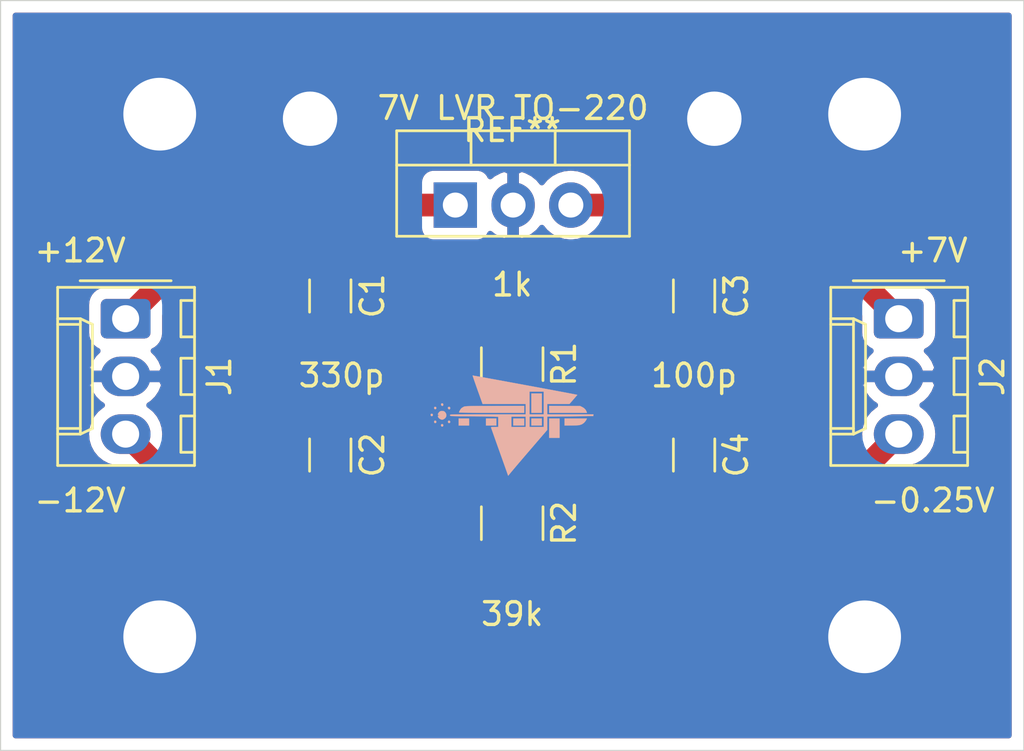
<source format=kicad_pcb>
(kicad_pcb (version 20171130) (host pcbnew "(5.1.7)-1")

  (general
    (thickness 1.6)
    (drawings 16)
    (tracks 21)
    (zones 0)
    (modules 11)
    (nets 6)
  )

  (page A4)
  (layers
    (0 F.Cu signal)
    (31 B.Cu signal)
    (32 B.Adhes user)
    (33 F.Adhes user)
    (34 B.Paste user)
    (35 F.Paste user)
    (36 B.SilkS user)
    (37 F.SilkS user)
    (38 B.Mask user)
    (39 F.Mask user)
    (40 Dwgs.User user)
    (41 Cmts.User user)
    (42 Eco1.User user)
    (43 Eco2.User user)
    (44 Edge.Cuts user)
    (45 Margin user)
    (46 B.CrtYd user)
    (47 F.CrtYd user)
    (48 B.Fab user)
    (49 F.Fab user)
  )

  (setup
    (last_trace_width 1)
    (user_trace_width 1)
    (trace_clearance 0.2)
    (zone_clearance 0.508)
    (zone_45_only no)
    (trace_min 0.2)
    (via_size 0.8)
    (via_drill 0.4)
    (via_min_size 0.4)
    (via_min_drill 0.3)
    (user_via 7 3.2)
    (uvia_size 0.3)
    (uvia_drill 0.1)
    (uvias_allowed no)
    (uvia_min_size 0.2)
    (uvia_min_drill 0.1)
    (edge_width 0.05)
    (segment_width 0.2)
    (pcb_text_width 0.3)
    (pcb_text_size 1.5 1.5)
    (mod_edge_width 0.12)
    (mod_text_size 1 1)
    (mod_text_width 0.15)
    (pad_size 5 5)
    (pad_drill 2.39)
    (pad_to_mask_clearance 0)
    (aux_axis_origin 0 0)
    (visible_elements FFFFFF7F)
    (pcbplotparams
      (layerselection 0x010fc_ffffffff)
      (usegerberextensions false)
      (usegerberattributes true)
      (usegerberadvancedattributes true)
      (creategerberjobfile true)
      (excludeedgelayer true)
      (linewidth 0.100000)
      (plotframeref false)
      (viasonmask false)
      (mode 1)
      (useauxorigin false)
      (hpglpennumber 1)
      (hpglpenspeed 20)
      (hpglpendiameter 15.000000)
      (psnegative false)
      (psa4output false)
      (plotreference true)
      (plotvalue true)
      (plotinvisibletext false)
      (padsonsilk false)
      (subtractmaskfromsilk false)
      (outputformat 1)
      (mirror false)
      (drillshape 1)
      (scaleselection 1)
      (outputdirectory ""))
  )

  (net 0 "")
  (net 1 /GND)
  (net 2 /+12V)
  (net 3 /-12V)
  (net 4 /+7V)
  (net 5 /-0.25V)

  (net_class Default "This is the default net class."
    (clearance 0.2)
    (trace_width 0.25)
    (via_dia 0.8)
    (via_drill 0.4)
    (uvia_dia 0.3)
    (uvia_drill 0.1)
    (add_net /+12V)
    (add_net /+7V)
    (add_net /-0.25V)
    (add_net /-12V)
    (add_net /GND)
  )

  (module "KiCAD libraries:qlm logo mono" (layer B.Cu) (tedit 0) (tstamp 5F9BDC78)
    (at 140.5 90.7 180)
    (fp_text reference G*** (at 0 0) (layer B.SilkS) hide
      (effects (font (size 1.524 1.524) (thickness 0.3)) (justify mirror))
    )
    (fp_text value LOGO (at 0.75 0) (layer B.SilkS) hide
      (effects (font (size 1.524 1.524) (thickness 0.3)) (justify mirror))
    )
    (fp_poly (pts (xy 1.735721 2.198458) (xy 1.73368 2.184751) (xy 1.722822 2.147505) (xy 1.702814 2.085761)
      (xy 1.673321 1.998559) (xy 1.634012 1.88494) (xy 1.584552 1.743946) (xy 1.524608 1.574617)
      (xy 1.453846 1.375995) (xy 1.371934 1.14712) (xy 1.317281 0.994834) (xy 1.300554 0.948267)
      (xy -0.592666 0.948267) (xy -0.592666 0.491067) (xy 1.064988 0.491067) (xy 1.344136 0.491007)
      (xy 1.591263 0.490808) (xy 1.808216 0.490446) (xy 1.996843 0.489894) (xy 2.158988 0.489127)
      (xy 2.2965 0.488118) (xy 2.411223 0.486841) (xy 2.505006 0.485272) (xy 2.579694 0.483384)
      (xy 2.637133 0.48115) (xy 2.67917 0.478547) (xy 2.707652 0.475546) (xy 2.724424 0.472123)
      (xy 2.731334 0.468252) (xy 2.731599 0.467731) (xy 2.735626 0.452922) (xy 2.733386 0.440702)
      (xy 2.722026 0.430822) (xy 2.698696 0.423036) (xy 2.660544 0.417096) (xy 2.604719 0.412755)
      (xy 2.528369 0.409764) (xy 2.428643 0.407877) (xy 2.30269 0.406846) (xy 2.147658 0.406424)
      (xy 2.02438 0.406359) (xy 1.857031 0.406045) (xy 1.684028 0.405172) (xy 1.512076 0.403811)
      (xy 1.347878 0.402033) (xy 1.198137 0.39991) (xy 1.069559 0.397514) (xy 0.9779 0.395196)
      (xy 0.6096 0.384074) (xy 0.6096 -0.067733) (xy 0.770467 -0.067733) (xy 0.839592 -0.068836)
      (xy 0.893838 -0.071801) (xy 0.925851 -0.076112) (xy 0.931334 -0.079033) (xy 0.925785 -0.096528)
      (xy 0.909774 -0.143208) (xy 0.884255 -0.216373) (xy 0.850182 -0.313322) (xy 0.808509 -0.431357)
      (xy 0.760189 -0.567776) (xy 0.706176 -0.719881) (xy 0.647424 -0.88497) (xy 0.584887 -1.060345)
      (xy 0.564944 -1.116199) (xy 0.501015 -1.29528) (xy 0.440226 -1.465727) (xy 0.383576 -1.624731)
      (xy 0.332062 -1.769482) (xy 0.286682 -1.89717) (xy 0.248437 -2.004985) (xy 0.218322 -2.090119)
      (xy 0.197338 -2.149761) (xy 0.186481 -2.181101) (xy 0.1854 -2.1844) (xy 0.17555 -2.208557)
      (xy 0.170789 -2.206523) (xy 0.159776 -2.190769) (xy 0.128331 -2.151371) (xy 0.078144 -2.09033)
      (xy 0.0109 -2.009647) (xy -0.071712 -1.911323) (xy -0.168004 -1.79736) (xy -0.276289 -1.66976)
      (xy -0.39488 -1.530524) (xy -0.522088 -1.381652) (xy -0.656225 -1.225148) (xy -0.6858 -1.190704)
      (xy -1.540933 -0.195094) (xy -1.540933 0.389467) (xy -1.388533 0.389467) (xy -1.388533 -0.067733)
      (xy -0.762 -0.067733) (xy -0.762 0.389467) (xy -0.592666 0.389467) (xy -0.592666 -0.067733)
      (xy 0.033867 -0.067733) (xy 0.033867 0.389467) (xy -0.592666 0.389467) (xy -0.762 0.389467)
      (xy -1.388533 0.389467) (xy -1.540933 0.389467) (xy -1.697567 0.391853) (xy -1.745786 0.392534)
      (xy -1.823853 0.393567) (xy -1.92775 0.394904) (xy -2.053461 0.396494) (xy -2.196969 0.398285)
      (xy -2.354257 0.400229) (xy -2.521308 0.402274) (xy -2.694105 0.40437) (xy -2.709333 0.404553)
      (xy -3.564466 0.414867) (xy -3.569878 0.452967) (xy -3.575289 0.491067) (xy -1.540933 0.491067)
      (xy -1.540933 0.948267) (xy -2.519768 0.948267) (xy -2.863402 1.345809) (xy -2.816001 1.357266)
      (xy -2.783941 1.364088) (xy -2.722028 1.376361) (xy -2.63259 1.393655) (xy -2.517958 1.415538)
      (xy -2.380459 1.441582) (xy -2.222425 1.471354) (xy -2.122344 1.490134) (xy -1.388533 1.490134)
      (xy -1.388533 0.491067) (xy -0.762 0.491067) (xy -0.762 1.490134) (xy -1.388533 1.490134)
      (xy -2.122344 1.490134) (xy -2.046184 1.504425) (xy -1.854065 1.540364) (xy -1.648398 1.57874)
      (xy -1.431512 1.619124) (xy -1.205736 1.661084) (xy -0.9734 1.704191) (xy -0.736833 1.748013)
      (xy -0.498365 1.79212) (xy -0.260324 1.836082) (xy -0.02504 1.879469) (xy 0.205158 1.921849)
      (xy 0.427939 1.962793) (xy 0.640976 2.001869) (xy 0.841938 2.038648) (xy 1.028497 2.072699)
      (xy 1.198323 2.103591) (xy 1.349086 2.130894) (xy 1.478457 2.154177) (xy 1.584108 2.173011)
      (xy 1.663708 2.186964) (xy 1.714929 2.195606) (xy 1.735441 2.198506) (xy 1.735721 2.198458)) (layer B.SilkS) (width 0.01))
    (fp_poly (pts (xy -1.6256 -0.541866) (xy -2.0828 -0.541866) (xy -2.0828 0.304801) (xy -1.6256 0.304801)
      (xy -1.6256 -0.541866)) (layer B.SilkS) (width 0.01))
    (fp_poly (pts (xy 3.126484 0.035911) (xy 3.132667 0.008467) (xy 3.122258 -0.022198) (xy 3.099163 -0.045572)
      (xy 3.076249 -0.049463) (xy 3.060583 -0.042969) (xy 3.052233 -0.039585) (xy 3.034725 -0.017268)
      (xy 3.032572 0.017786) (xy 3.045027 0.04852) (xy 3.056467 0.056924) (xy 3.098528 0.059505)
      (xy 3.126484 0.035911)) (layer B.SilkS) (width 0.01))
    (fp_poly (pts (xy -2.302933 0) (xy -2.595033 0.001856) (xy -2.696831 0.003285) (xy -2.79197 0.006055)
      (xy -2.873085 0.009844) (xy -2.932811 0.01433) (xy -2.957806 0.017685) (xy -3.068874 0.056298)
      (xy -3.164133 0.123445) (xy -3.239294 0.215812) (xy -3.258206 0.249767) (xy -3.285936 0.304801)
      (xy -2.302933 0.304801) (xy -2.302933 0)) (layer B.SilkS) (width 0.01))
    (fp_poly (pts (xy 1.151467 0) (xy 0.694267 0) (xy 0.694267 0.304801) (xy 1.151467 0.304801)
      (xy 1.151467 0)) (layer B.SilkS) (width 0.01))
    (fp_poly (pts (xy 2.353734 0) (xy 1.896534 0) (xy 1.896534 0.304801) (xy 2.353734 0.304801)
      (xy 2.353734 0)) (layer B.SilkS) (width 0.01))
    (fp_poly (pts (xy 2.820283 0.189394) (xy 2.82455 0.154615) (xy 2.807945 0.116574) (xy 2.772904 0.105948)
      (xy 2.747434 0.11262) (xy 2.729906 0.135166) (xy 2.727797 0.170356) (xy 2.74036 0.201078)
      (xy 2.751667 0.209324) (xy 2.794137 0.212696) (xy 2.820283 0.189394)) (layer B.SilkS) (width 0.01))
    (fp_poly (pts (xy 3.429883 0.189394) (xy 3.43415 0.154615) (xy 3.417545 0.116574) (xy 3.382504 0.105948)
      (xy 3.357033 0.11262) (xy 3.339506 0.135166) (xy 3.337397 0.170356) (xy 3.34996 0.201078)
      (xy 3.361267 0.209324) (xy 3.403737 0.212696) (xy 3.429883 0.189394)) (layer B.SilkS) (width 0.01))
    (fp_poly (pts (xy 3.137562 0.632262) (xy 3.174355 0.620064) (xy 3.207031 0.592431) (xy 3.218723 0.5797)
      (xy 3.258094 0.525732) (xy 3.267119 0.486114) (xy 3.245809 0.461125) (xy 3.2131 0.452517)
      (xy 3.158067 0.445687) (xy 3.2131 0.442977) (xy 3.25447 0.433472) (xy 3.267558 0.408884)
      (xy 3.252988 0.366868) (xy 3.239272 0.344228) (xy 3.201361 0.306353) (xy 3.147492 0.273796)
      (xy 3.09364 0.255493) (xy 3.078177 0.254105) (xy 3.048939 0.261492) (xy 3.007847 0.27924)
      (xy 3.005667 0.280352) (xy 2.940693 0.3298) (xy 2.902883 0.393276) (xy 2.893601 0.464049)
      (xy 2.914211 0.535391) (xy 2.945011 0.5797) (xy 2.97943 0.613375) (xy 3.01335 0.62975)
      (xy 3.061557 0.6348) (xy 3.081867 0.635) (xy 3.137562 0.632262)) (layer B.SilkS) (width 0.01))
    (fp_poly (pts (xy 3.582283 0.494194) (xy 3.58655 0.459415) (xy 3.569945 0.421374) (xy 3.534904 0.410748)
      (xy 3.509433 0.41742) (xy 3.491906 0.439966) (xy 3.489797 0.475156) (xy 3.50236 0.505878)
      (xy 3.513667 0.514124) (xy 3.556137 0.517496) (xy 3.582283 0.494194)) (layer B.SilkS) (width 0.01))
    (fp_poly (pts (xy -1.6256 0.558801) (xy -3.287349 0.558801) (xy -3.276095 0.596901) (xy -3.232092 0.68733)
      (xy -3.159226 0.762359) (xy -3.086963 0.806899) (xy -2.988733 0.855134) (xy -2.307166 0.860253)
      (xy -1.6256 0.865372) (xy -1.6256 0.558801)) (layer B.SilkS) (width 0.01))
    (fp_poly (pts (xy 0.766234 0.859969) (xy 1.007088 0.859025) (xy 1.216425 0.858083) (xy 1.396593 0.85708)
      (xy 1.54994 0.855956) (xy 1.678816 0.85465) (xy 1.78557 0.8531) (xy 1.87255 0.851247)
      (xy 1.942105 0.849028) (xy 1.996583 0.846383) (xy 2.038334 0.84325) (xy 2.069707 0.83957)
      (xy 2.09305 0.83528) (xy 2.110711 0.830321) (xy 2.124902 0.824692) (xy 2.178114 0.796094)
      (xy 2.224611 0.763736) (xy 2.232384 0.756959) (xy 2.263879 0.719968) (xy 2.2963 0.670562)
      (xy 2.322728 0.620704) (xy 2.336245 0.582356) (xy 2.3368 0.576408) (xy 2.322216 0.572876)
      (xy 2.278129 0.569755) (xy 2.204035 0.567038) (xy 2.099432 0.564719) (xy 1.963815 0.562792)
      (xy 1.796683 0.561251) (xy 1.597531 0.560089) (xy 1.365856 0.559301) (xy 1.101156 0.55888)
      (xy 0.905934 0.558801) (xy -0.524933 0.558801) (xy -0.524933 0.864803) (xy 0.766234 0.859969)) (layer B.SilkS) (width 0.01))
    (fp_poly (pts (xy 2.821684 0.797911) (xy 2.827867 0.770467) (xy 2.815204 0.735507) (xy 2.785668 0.714201)
      (xy 2.751939 0.713287) (xy 2.737556 0.722489) (xy 2.726368 0.75213) (xy 2.730386 0.789511)
      (xy 2.746937 0.816365) (xy 2.751667 0.818924) (xy 2.793728 0.821505) (xy 2.821684 0.797911)) (layer B.SilkS) (width 0.01))
    (fp_poly (pts (xy 3.429883 0.798994) (xy 3.43415 0.764215) (xy 3.417545 0.726174) (xy 3.382504 0.715548)
      (xy 3.357033 0.72222) (xy 3.339506 0.744766) (xy 3.337397 0.779956) (xy 3.34996 0.810678)
      (xy 3.361267 0.818924) (xy 3.403737 0.822296) (xy 3.429883 0.798994)) (layer B.SilkS) (width 0.01))
    (fp_poly (pts (xy 3.125089 0.951353) (xy 3.12935 0.916471) (xy 3.113108 0.882255) (xy 3.082346 0.864195)
      (xy 3.050028 0.868646) (xy 3.04307 0.874175) (xy 3.031376 0.904178) (xy 3.035056 0.941711)
      (xy 3.051615 0.968699) (xy 3.056467 0.971324) (xy 3.098958 0.9747) (xy 3.125089 0.951353)) (layer B.SilkS) (width 0.01))
    (fp_poly (pts (xy -0.846666 0) (xy -1.303866 0) (xy -1.303866 0.304801) (xy -0.846666 0.304801)
      (xy -0.846666 0)) (layer B.SilkS) (width 0.01))
    (fp_poly (pts (xy -0.0508 0) (xy -0.524933 0) (xy -0.524933 0.304801) (xy -0.0508 0.304801)
      (xy -0.0508 0)) (layer B.SilkS) (width 0.01))
    (fp_poly (pts (xy -0.846666 0.558801) (xy -1.303866 0.558801) (xy -1.303866 1.405467) (xy -0.846666 1.405467)
      (xy -0.846666 0.558801)) (layer B.SilkS) (width 0.01))
  )

  (module "Edge detector circuit:TO-220HeatSink" (layer F.Cu) (tedit 5F9BDA0E) (tstamp 5F9BDA49)
    (at 140.5 77.2)
    (fp_text reference REF** (at 0 0.5) (layer F.SilkS)
      (effects (font (size 1 1) (thickness 0.15)))
    )
    (fp_text value TO-220HeatSink (at 0 -0.5) (layer F.Fab)
      (effects (font (size 1 1) (thickness 0.15)))
    )
    (pad 1 thru_hole circle (at -8.89 0) (size 5 5) (drill 2.39) (layers *.Cu *.Mask)
      (net 1 /GND))
    (pad 1 thru_hole circle (at 8.89 0) (size 5 5) (drill 2.39) (layers *.Cu *.Mask))
    (model "C:/Users/Josh Rogers/Documents/SamacSys_PCB_Library/KiCad/3D_Models/TO-220HeatSink592502B03400G.stp"
      (at (xyz 0 0 0))
      (scale (xyz 1 1 1))
      (rotate (xyz 0 0 0))
    )
  )

  (module Package_TO_SOT_THT:TO-220-3_Vertical (layer F.Cu) (tedit 5AC8BA0D) (tstamp 5F9B03A3)
    (at 138 81)
    (descr "TO-220-3, Vertical, RM 2.54mm, see https://www.vishay.com/docs/66542/to-220-1.pdf")
    (tags "TO-220-3 Vertical RM 2.54mm")
    (path /5F9B198C)
    (fp_text reference "7V LVR TO-220" (at 2.54 -4.27) (layer F.SilkS)
      (effects (font (size 1 1) (thickness 0.15)))
    )
    (fp_text value LF60_TO220 (at 2.54 2.5) (layer F.Fab)
      (effects (font (size 1 1) (thickness 0.15)))
    )
    (fp_text user %R (at 2.54 -4.27) (layer F.Fab)
      (effects (font (size 1 1) (thickness 0.15)))
    )
    (fp_line (start -2.46 -3.15) (end -2.46 1.25) (layer F.Fab) (width 0.1))
    (fp_line (start -2.46 1.25) (end 7.54 1.25) (layer F.Fab) (width 0.1))
    (fp_line (start 7.54 1.25) (end 7.54 -3.15) (layer F.Fab) (width 0.1))
    (fp_line (start 7.54 -3.15) (end -2.46 -3.15) (layer F.Fab) (width 0.1))
    (fp_line (start -2.46 -1.88) (end 7.54 -1.88) (layer F.Fab) (width 0.1))
    (fp_line (start 0.69 -3.15) (end 0.69 -1.88) (layer F.Fab) (width 0.1))
    (fp_line (start 4.39 -3.15) (end 4.39 -1.88) (layer F.Fab) (width 0.1))
    (fp_line (start -2.58 -3.27) (end 7.66 -3.27) (layer F.SilkS) (width 0.12))
    (fp_line (start -2.58 1.371) (end 7.66 1.371) (layer F.SilkS) (width 0.12))
    (fp_line (start -2.58 -3.27) (end -2.58 1.371) (layer F.SilkS) (width 0.12))
    (fp_line (start 7.66 -3.27) (end 7.66 1.371) (layer F.SilkS) (width 0.12))
    (fp_line (start -2.58 -1.76) (end 7.66 -1.76) (layer F.SilkS) (width 0.12))
    (fp_line (start 0.69 -3.27) (end 0.69 -1.76) (layer F.SilkS) (width 0.12))
    (fp_line (start 4.391 -3.27) (end 4.391 -1.76) (layer F.SilkS) (width 0.12))
    (fp_line (start -2.71 -3.4) (end -2.71 1.51) (layer F.CrtYd) (width 0.05))
    (fp_line (start -2.71 1.51) (end 7.79 1.51) (layer F.CrtYd) (width 0.05))
    (fp_line (start 7.79 1.51) (end 7.79 -3.4) (layer F.CrtYd) (width 0.05))
    (fp_line (start 7.79 -3.4) (end -2.71 -3.4) (layer F.CrtYd) (width 0.05))
    (pad 3 thru_hole oval (at 5.08 0) (size 1.905 2) (drill 1.1) (layers *.Cu *.Mask)
      (net 4 /+7V))
    (pad 2 thru_hole oval (at 2.54 0) (size 1.905 2) (drill 1.1) (layers *.Cu *.Mask)
      (net 1 /GND))
    (pad 1 thru_hole rect (at 0 0) (size 1.905 2) (drill 1.1) (layers *.Cu *.Mask)
      (net 2 /+12V))
    (model ${KISYS3DMOD}/Package_TO_SOT_THT.3dshapes/TO-220-3_Vertical.wrl
      (at (xyz 0 0 0))
      (scale (xyz 1 1 1))
      (rotate (xyz 0 0 0))
    )
  )

  (module Resistor_SMD:R_1210_3225Metric_Pad1.30x2.65mm_HandSolder (layer F.Cu) (tedit 5F68FEEE) (tstamp 5F9B0389)
    (at 140.5 95 270)
    (descr "Resistor SMD 1210 (3225 Metric), square (rectangular) end terminal, IPC_7351 nominal with elongated pad for handsoldering. (Body size source: IPC-SM-782 page 72, https://www.pcb-3d.com/wordpress/wp-content/uploads/ipc-sm-782a_amendment_1_and_2.pdf), generated with kicad-footprint-generator")
    (tags "resistor handsolder")
    (path /5F9B8BDC)
    (attr smd)
    (fp_text reference R2 (at 0 -2.28 90) (layer F.SilkS)
      (effects (font (size 1 1) (thickness 0.15)))
    )
    (fp_text value 39k (at 0 2.28 90) (layer F.Fab)
      (effects (font (size 1 1) (thickness 0.15)))
    )
    (fp_text user %R (at 0 0 90) (layer F.Fab)
      (effects (font (size 0.8 0.8) (thickness 0.12)))
    )
    (fp_line (start -1.6 1.245) (end -1.6 -1.245) (layer F.Fab) (width 0.1))
    (fp_line (start -1.6 -1.245) (end 1.6 -1.245) (layer F.Fab) (width 0.1))
    (fp_line (start 1.6 -1.245) (end 1.6 1.245) (layer F.Fab) (width 0.1))
    (fp_line (start 1.6 1.245) (end -1.6 1.245) (layer F.Fab) (width 0.1))
    (fp_line (start -0.723737 -1.355) (end 0.723737 -1.355) (layer F.SilkS) (width 0.12))
    (fp_line (start -0.723737 1.355) (end 0.723737 1.355) (layer F.SilkS) (width 0.12))
    (fp_line (start -2.45 1.58) (end -2.45 -1.58) (layer F.CrtYd) (width 0.05))
    (fp_line (start -2.45 -1.58) (end 2.45 -1.58) (layer F.CrtYd) (width 0.05))
    (fp_line (start 2.45 -1.58) (end 2.45 1.58) (layer F.CrtYd) (width 0.05))
    (fp_line (start 2.45 1.58) (end -2.45 1.58) (layer F.CrtYd) (width 0.05))
    (pad 2 smd roundrect (at 1.55 0 270) (size 1.3 2.65) (layers F.Cu F.Paste F.Mask) (roundrect_rratio 0.192308)
      (net 3 /-12V))
    (pad 1 smd roundrect (at -1.55 0 270) (size 1.3 2.65) (layers F.Cu F.Paste F.Mask) (roundrect_rratio 0.192308)
      (net 5 /-0.25V))
    (model ${KISYS3DMOD}/Resistor_SMD.3dshapes/R_1210_3225Metric.wrl
      (at (xyz 0 0 0))
      (scale (xyz 1 1 1))
      (rotate (xyz 0 0 0))
    )
  )

  (module Resistor_SMD:R_1210_3225Metric_Pad1.30x2.65mm_HandSolder (layer F.Cu) (tedit 5F68FEEE) (tstamp 5F9B0378)
    (at 140.5 88 270)
    (descr "Resistor SMD 1210 (3225 Metric), square (rectangular) end terminal, IPC_7351 nominal with elongated pad for handsoldering. (Body size source: IPC-SM-782 page 72, https://www.pcb-3d.com/wordpress/wp-content/uploads/ipc-sm-782a_amendment_1_and_2.pdf), generated with kicad-footprint-generator")
    (tags "resistor handsolder")
    (path /5F9B8703)
    (attr smd)
    (fp_text reference R1 (at 0 -2.28 90) (layer F.SilkS)
      (effects (font (size 1 1) (thickness 0.15)))
    )
    (fp_text value 1k (at 0 2.28 90) (layer F.Fab)
      (effects (font (size 1 1) (thickness 0.15)))
    )
    (fp_text user %R (at 0 0 90) (layer F.Fab)
      (effects (font (size 0.8 0.8) (thickness 0.12)))
    )
    (fp_line (start -1.6 1.245) (end -1.6 -1.245) (layer F.Fab) (width 0.1))
    (fp_line (start -1.6 -1.245) (end 1.6 -1.245) (layer F.Fab) (width 0.1))
    (fp_line (start 1.6 -1.245) (end 1.6 1.245) (layer F.Fab) (width 0.1))
    (fp_line (start 1.6 1.245) (end -1.6 1.245) (layer F.Fab) (width 0.1))
    (fp_line (start -0.723737 -1.355) (end 0.723737 -1.355) (layer F.SilkS) (width 0.12))
    (fp_line (start -0.723737 1.355) (end 0.723737 1.355) (layer F.SilkS) (width 0.12))
    (fp_line (start -2.45 1.58) (end -2.45 -1.58) (layer F.CrtYd) (width 0.05))
    (fp_line (start -2.45 -1.58) (end 2.45 -1.58) (layer F.CrtYd) (width 0.05))
    (fp_line (start 2.45 -1.58) (end 2.45 1.58) (layer F.CrtYd) (width 0.05))
    (fp_line (start 2.45 1.58) (end -2.45 1.58) (layer F.CrtYd) (width 0.05))
    (pad 2 smd roundrect (at 1.55 0 270) (size 1.3 2.65) (layers F.Cu F.Paste F.Mask) (roundrect_rratio 0.192308)
      (net 5 /-0.25V))
    (pad 1 smd roundrect (at -1.55 0 270) (size 1.3 2.65) (layers F.Cu F.Paste F.Mask) (roundrect_rratio 0.192308)
      (net 1 /GND))
    (model ${KISYS3DMOD}/Resistor_SMD.3dshapes/R_1210_3225Metric.wrl
      (at (xyz 0 0 0))
      (scale (xyz 1 1 1))
      (rotate (xyz 0 0 0))
    )
  )

  (module Connector_Molex:Molex_KK-254_AE-6410-03A_1x03_P2.54mm_Vertical (layer F.Cu) (tedit 5EA53D3B) (tstamp 5F9B0367)
    (at 157.5 86 270)
    (descr "Molex KK-254 Interconnect System, old/engineering part number: AE-6410-03A example for new part number: 22-27-2031, 3 Pins (http://www.molex.com/pdm_docs/sd/022272021_sd.pdf), generated with kicad-footprint-generator")
    (tags "connector Molex KK-254 vertical")
    (path /5F9BAD50)
    (fp_text reference J2 (at 2.54 -4.12 90) (layer F.SilkS)
      (effects (font (size 1 1) (thickness 0.15)))
    )
    (fp_text value PowerOut (at 2.54 4.08 90) (layer F.Fab)
      (effects (font (size 1 1) (thickness 0.15)))
    )
    (fp_text user %R (at 2.54 -2.22 90) (layer F.Fab)
      (effects (font (size 1 1) (thickness 0.15)))
    )
    (fp_line (start -1.27 -2.92) (end -1.27 2.88) (layer F.Fab) (width 0.1))
    (fp_line (start -1.27 2.88) (end 6.35 2.88) (layer F.Fab) (width 0.1))
    (fp_line (start 6.35 2.88) (end 6.35 -2.92) (layer F.Fab) (width 0.1))
    (fp_line (start 6.35 -2.92) (end -1.27 -2.92) (layer F.Fab) (width 0.1))
    (fp_line (start -1.38 -3.03) (end -1.38 2.99) (layer F.SilkS) (width 0.12))
    (fp_line (start -1.38 2.99) (end 6.46 2.99) (layer F.SilkS) (width 0.12))
    (fp_line (start 6.46 2.99) (end 6.46 -3.03) (layer F.SilkS) (width 0.12))
    (fp_line (start 6.46 -3.03) (end -1.38 -3.03) (layer F.SilkS) (width 0.12))
    (fp_line (start -1.67 -2) (end -1.67 2) (layer F.SilkS) (width 0.12))
    (fp_line (start -1.27 -0.5) (end -0.562893 0) (layer F.Fab) (width 0.1))
    (fp_line (start -0.562893 0) (end -1.27 0.5) (layer F.Fab) (width 0.1))
    (fp_line (start 0 2.99) (end 0 1.99) (layer F.SilkS) (width 0.12))
    (fp_line (start 0 1.99) (end 5.08 1.99) (layer F.SilkS) (width 0.12))
    (fp_line (start 5.08 1.99) (end 5.08 2.99) (layer F.SilkS) (width 0.12))
    (fp_line (start 0 1.99) (end 0.25 1.46) (layer F.SilkS) (width 0.12))
    (fp_line (start 0.25 1.46) (end 4.83 1.46) (layer F.SilkS) (width 0.12))
    (fp_line (start 4.83 1.46) (end 5.08 1.99) (layer F.SilkS) (width 0.12))
    (fp_line (start 0.25 2.99) (end 0.25 1.99) (layer F.SilkS) (width 0.12))
    (fp_line (start 4.83 2.99) (end 4.83 1.99) (layer F.SilkS) (width 0.12))
    (fp_line (start -0.8 -3.03) (end -0.8 -2.43) (layer F.SilkS) (width 0.12))
    (fp_line (start -0.8 -2.43) (end 0.8 -2.43) (layer F.SilkS) (width 0.12))
    (fp_line (start 0.8 -2.43) (end 0.8 -3.03) (layer F.SilkS) (width 0.12))
    (fp_line (start 1.74 -3.03) (end 1.74 -2.43) (layer F.SilkS) (width 0.12))
    (fp_line (start 1.74 -2.43) (end 3.34 -2.43) (layer F.SilkS) (width 0.12))
    (fp_line (start 3.34 -2.43) (end 3.34 -3.03) (layer F.SilkS) (width 0.12))
    (fp_line (start 4.28 -3.03) (end 4.28 -2.43) (layer F.SilkS) (width 0.12))
    (fp_line (start 4.28 -2.43) (end 5.88 -2.43) (layer F.SilkS) (width 0.12))
    (fp_line (start 5.88 -2.43) (end 5.88 -3.03) (layer F.SilkS) (width 0.12))
    (fp_line (start -1.77 -3.42) (end -1.77 3.38) (layer F.CrtYd) (width 0.05))
    (fp_line (start -1.77 3.38) (end 6.85 3.38) (layer F.CrtYd) (width 0.05))
    (fp_line (start 6.85 3.38) (end 6.85 -3.42) (layer F.CrtYd) (width 0.05))
    (fp_line (start 6.85 -3.42) (end -1.77 -3.42) (layer F.CrtYd) (width 0.05))
    (pad 3 thru_hole oval (at 5.08 0 270) (size 1.74 2.19) (drill 1.19) (layers *.Cu *.Mask)
      (net 5 /-0.25V))
    (pad 2 thru_hole oval (at 2.54 0 270) (size 1.74 2.19) (drill 1.19) (layers *.Cu *.Mask)
      (net 1 /GND))
    (pad 1 thru_hole roundrect (at 0 0 270) (size 1.74 2.19) (drill 1.19) (layers *.Cu *.Mask) (roundrect_rratio 0.143678)
      (net 4 /+7V))
    (model ${KISYS3DMOD}/Connector_Molex.3dshapes/Molex_KK-254_AE-6410-03A_1x03_P2.54mm_Vertical.wrl
      (at (xyz 0 0 0))
      (scale (xyz 1 1 1))
      (rotate (xyz 0 0 0))
    )
  )

  (module Connector_Molex:Molex_KK-254_AE-6410-03A_1x03_P2.54mm_Vertical (layer F.Cu) (tedit 5EA53D3B) (tstamp 5F9B033F)
    (at 123.5 86 270)
    (descr "Molex KK-254 Interconnect System, old/engineering part number: AE-6410-03A example for new part number: 22-27-2031, 3 Pins (http://www.molex.com/pdm_docs/sd/022272021_sd.pdf), generated with kicad-footprint-generator")
    (tags "connector Molex KK-254 vertical")
    (path /5F9AFAF4)
    (fp_text reference J1 (at 2.54 -4.12 90) (layer F.SilkS)
      (effects (font (size 1 1) (thickness 0.15)))
    )
    (fp_text value PowerIn (at 2.54 4.08 90) (layer F.Fab)
      (effects (font (size 1 1) (thickness 0.15)))
    )
    (fp_text user %R (at 2.54 -2.22 90) (layer F.Fab)
      (effects (font (size 1 1) (thickness 0.15)))
    )
    (fp_line (start -1.27 -2.92) (end -1.27 2.88) (layer F.Fab) (width 0.1))
    (fp_line (start -1.27 2.88) (end 6.35 2.88) (layer F.Fab) (width 0.1))
    (fp_line (start 6.35 2.88) (end 6.35 -2.92) (layer F.Fab) (width 0.1))
    (fp_line (start 6.35 -2.92) (end -1.27 -2.92) (layer F.Fab) (width 0.1))
    (fp_line (start -1.38 -3.03) (end -1.38 2.99) (layer F.SilkS) (width 0.12))
    (fp_line (start -1.38 2.99) (end 6.46 2.99) (layer F.SilkS) (width 0.12))
    (fp_line (start 6.46 2.99) (end 6.46 -3.03) (layer F.SilkS) (width 0.12))
    (fp_line (start 6.46 -3.03) (end -1.38 -3.03) (layer F.SilkS) (width 0.12))
    (fp_line (start -1.67 -2) (end -1.67 2) (layer F.SilkS) (width 0.12))
    (fp_line (start -1.27 -0.5) (end -0.562893 0) (layer F.Fab) (width 0.1))
    (fp_line (start -0.562893 0) (end -1.27 0.5) (layer F.Fab) (width 0.1))
    (fp_line (start 0 2.99) (end 0 1.99) (layer F.SilkS) (width 0.12))
    (fp_line (start 0 1.99) (end 5.08 1.99) (layer F.SilkS) (width 0.12))
    (fp_line (start 5.08 1.99) (end 5.08 2.99) (layer F.SilkS) (width 0.12))
    (fp_line (start 0 1.99) (end 0.25 1.46) (layer F.SilkS) (width 0.12))
    (fp_line (start 0.25 1.46) (end 4.83 1.46) (layer F.SilkS) (width 0.12))
    (fp_line (start 4.83 1.46) (end 5.08 1.99) (layer F.SilkS) (width 0.12))
    (fp_line (start 0.25 2.99) (end 0.25 1.99) (layer F.SilkS) (width 0.12))
    (fp_line (start 4.83 2.99) (end 4.83 1.99) (layer F.SilkS) (width 0.12))
    (fp_line (start -0.8 -3.03) (end -0.8 -2.43) (layer F.SilkS) (width 0.12))
    (fp_line (start -0.8 -2.43) (end 0.8 -2.43) (layer F.SilkS) (width 0.12))
    (fp_line (start 0.8 -2.43) (end 0.8 -3.03) (layer F.SilkS) (width 0.12))
    (fp_line (start 1.74 -3.03) (end 1.74 -2.43) (layer F.SilkS) (width 0.12))
    (fp_line (start 1.74 -2.43) (end 3.34 -2.43) (layer F.SilkS) (width 0.12))
    (fp_line (start 3.34 -2.43) (end 3.34 -3.03) (layer F.SilkS) (width 0.12))
    (fp_line (start 4.28 -3.03) (end 4.28 -2.43) (layer F.SilkS) (width 0.12))
    (fp_line (start 4.28 -2.43) (end 5.88 -2.43) (layer F.SilkS) (width 0.12))
    (fp_line (start 5.88 -2.43) (end 5.88 -3.03) (layer F.SilkS) (width 0.12))
    (fp_line (start -1.77 -3.42) (end -1.77 3.38) (layer F.CrtYd) (width 0.05))
    (fp_line (start -1.77 3.38) (end 6.85 3.38) (layer F.CrtYd) (width 0.05))
    (fp_line (start 6.85 3.38) (end 6.85 -3.42) (layer F.CrtYd) (width 0.05))
    (fp_line (start 6.85 -3.42) (end -1.77 -3.42) (layer F.CrtYd) (width 0.05))
    (pad 3 thru_hole oval (at 5.08 0 270) (size 1.74 2.19) (drill 1.19) (layers *.Cu *.Mask)
      (net 3 /-12V))
    (pad 2 thru_hole oval (at 2.54 0 270) (size 1.74 2.19) (drill 1.19) (layers *.Cu *.Mask)
      (net 1 /GND))
    (pad 1 thru_hole roundrect (at 0 0 270) (size 1.74 2.19) (drill 1.19) (layers *.Cu *.Mask) (roundrect_rratio 0.143678)
      (net 2 /+12V))
    (model ${KISYS3DMOD}/Connector_Molex.3dshapes/Molex_KK-254_AE-6410-03A_1x03_P2.54mm_Vertical.wrl
      (at (xyz 0 0 0))
      (scale (xyz 1 1 1))
      (rotate (xyz 0 0 0))
    )
  )

  (module Capacitor_SMD:C_1206_3216Metric_Pad1.33x1.80mm_HandSolder (layer F.Cu) (tedit 5F68FEEF) (tstamp 5F9B0317)
    (at 148.5 92 270)
    (descr "Capacitor SMD 1206 (3216 Metric), square (rectangular) end terminal, IPC_7351 nominal with elongated pad for handsoldering. (Body size source: IPC-SM-782 page 76, https://www.pcb-3d.com/wordpress/wp-content/uploads/ipc-sm-782a_amendment_1_and_2.pdf), generated with kicad-footprint-generator")
    (tags "capacitor handsolder")
    (path /5F9B7E6A)
    (attr smd)
    (fp_text reference C4 (at 0 -1.85 90) (layer F.SilkS)
      (effects (font (size 1 1) (thickness 0.15)))
    )
    (fp_text value 100p (at 0 1.85 90) (layer F.Fab)
      (effects (font (size 1 1) (thickness 0.15)))
    )
    (fp_text user %R (at 0 0 90) (layer F.Fab)
      (effects (font (size 0.8 0.8) (thickness 0.12)))
    )
    (fp_line (start -1.6 0.8) (end -1.6 -0.8) (layer F.Fab) (width 0.1))
    (fp_line (start -1.6 -0.8) (end 1.6 -0.8) (layer F.Fab) (width 0.1))
    (fp_line (start 1.6 -0.8) (end 1.6 0.8) (layer F.Fab) (width 0.1))
    (fp_line (start 1.6 0.8) (end -1.6 0.8) (layer F.Fab) (width 0.1))
    (fp_line (start -0.711252 -0.91) (end 0.711252 -0.91) (layer F.SilkS) (width 0.12))
    (fp_line (start -0.711252 0.91) (end 0.711252 0.91) (layer F.SilkS) (width 0.12))
    (fp_line (start -2.48 1.15) (end -2.48 -1.15) (layer F.CrtYd) (width 0.05))
    (fp_line (start -2.48 -1.15) (end 2.48 -1.15) (layer F.CrtYd) (width 0.05))
    (fp_line (start 2.48 -1.15) (end 2.48 1.15) (layer F.CrtYd) (width 0.05))
    (fp_line (start 2.48 1.15) (end -2.48 1.15) (layer F.CrtYd) (width 0.05))
    (pad 2 smd roundrect (at 1.5625 0 270) (size 1.325 1.8) (layers F.Cu F.Paste F.Mask) (roundrect_rratio 0.188679)
      (net 5 /-0.25V))
    (pad 1 smd roundrect (at -1.5625 0 270) (size 1.325 1.8) (layers F.Cu F.Paste F.Mask) (roundrect_rratio 0.188679)
      (net 1 /GND))
    (model ${KISYS3DMOD}/Capacitor_SMD.3dshapes/C_1206_3216Metric.wrl
      (at (xyz 0 0 0))
      (scale (xyz 1 1 1))
      (rotate (xyz 0 0 0))
    )
  )

  (module Capacitor_SMD:C_1206_3216Metric_Pad1.33x1.80mm_HandSolder (layer F.Cu) (tedit 5F68FEEF) (tstamp 5F9B0306)
    (at 148.5 85 270)
    (descr "Capacitor SMD 1206 (3216 Metric), square (rectangular) end terminal, IPC_7351 nominal with elongated pad for handsoldering. (Body size source: IPC-SM-782 page 76, https://www.pcb-3d.com/wordpress/wp-content/uploads/ipc-sm-782a_amendment_1_and_2.pdf), generated with kicad-footprint-generator")
    (tags "capacitor handsolder")
    (path /5F9B6C3E)
    (attr smd)
    (fp_text reference C3 (at 0 -1.85 90) (layer F.SilkS)
      (effects (font (size 1 1) (thickness 0.15)))
    )
    (fp_text value 100p (at 0 1.85 90) (layer F.Fab)
      (effects (font (size 1 1) (thickness 0.15)))
    )
    (fp_text user %R (at 0 0 90) (layer F.Fab)
      (effects (font (size 0.8 0.8) (thickness 0.12)))
    )
    (fp_line (start -1.6 0.8) (end -1.6 -0.8) (layer F.Fab) (width 0.1))
    (fp_line (start -1.6 -0.8) (end 1.6 -0.8) (layer F.Fab) (width 0.1))
    (fp_line (start 1.6 -0.8) (end 1.6 0.8) (layer F.Fab) (width 0.1))
    (fp_line (start 1.6 0.8) (end -1.6 0.8) (layer F.Fab) (width 0.1))
    (fp_line (start -0.711252 -0.91) (end 0.711252 -0.91) (layer F.SilkS) (width 0.12))
    (fp_line (start -0.711252 0.91) (end 0.711252 0.91) (layer F.SilkS) (width 0.12))
    (fp_line (start -2.48 1.15) (end -2.48 -1.15) (layer F.CrtYd) (width 0.05))
    (fp_line (start -2.48 -1.15) (end 2.48 -1.15) (layer F.CrtYd) (width 0.05))
    (fp_line (start 2.48 -1.15) (end 2.48 1.15) (layer F.CrtYd) (width 0.05))
    (fp_line (start 2.48 1.15) (end -2.48 1.15) (layer F.CrtYd) (width 0.05))
    (pad 2 smd roundrect (at 1.5625 0 270) (size 1.325 1.8) (layers F.Cu F.Paste F.Mask) (roundrect_rratio 0.188679)
      (net 1 /GND))
    (pad 1 smd roundrect (at -1.5625 0 270) (size 1.325 1.8) (layers F.Cu F.Paste F.Mask) (roundrect_rratio 0.188679)
      (net 4 /+7V))
    (model ${KISYS3DMOD}/Capacitor_SMD.3dshapes/C_1206_3216Metric.wrl
      (at (xyz 0 0 0))
      (scale (xyz 1 1 1))
      (rotate (xyz 0 0 0))
    )
  )

  (module Capacitor_SMD:C_1206_3216Metric_Pad1.33x1.80mm_HandSolder (layer F.Cu) (tedit 5F68FEEF) (tstamp 5F9B02F5)
    (at 132.5 92 270)
    (descr "Capacitor SMD 1206 (3216 Metric), square (rectangular) end terminal, IPC_7351 nominal with elongated pad for handsoldering. (Body size source: IPC-SM-782 page 76, https://www.pcb-3d.com/wordpress/wp-content/uploads/ipc-sm-782a_amendment_1_and_2.pdf), generated with kicad-footprint-generator")
    (tags "capacitor handsolder")
    (path /5F9B7909)
    (attr smd)
    (fp_text reference C2 (at 0 -1.85 90) (layer F.SilkS)
      (effects (font (size 1 1) (thickness 0.15)))
    )
    (fp_text value 330p (at 0 1.85 90) (layer F.Fab)
      (effects (font (size 1 1) (thickness 0.15)))
    )
    (fp_text user %R (at 0 0 90) (layer F.Fab)
      (effects (font (size 0.8 0.8) (thickness 0.12)))
    )
    (fp_line (start -1.6 0.8) (end -1.6 -0.8) (layer F.Fab) (width 0.1))
    (fp_line (start -1.6 -0.8) (end 1.6 -0.8) (layer F.Fab) (width 0.1))
    (fp_line (start 1.6 -0.8) (end 1.6 0.8) (layer F.Fab) (width 0.1))
    (fp_line (start 1.6 0.8) (end -1.6 0.8) (layer F.Fab) (width 0.1))
    (fp_line (start -0.711252 -0.91) (end 0.711252 -0.91) (layer F.SilkS) (width 0.12))
    (fp_line (start -0.711252 0.91) (end 0.711252 0.91) (layer F.SilkS) (width 0.12))
    (fp_line (start -2.48 1.15) (end -2.48 -1.15) (layer F.CrtYd) (width 0.05))
    (fp_line (start -2.48 -1.15) (end 2.48 -1.15) (layer F.CrtYd) (width 0.05))
    (fp_line (start 2.48 -1.15) (end 2.48 1.15) (layer F.CrtYd) (width 0.05))
    (fp_line (start 2.48 1.15) (end -2.48 1.15) (layer F.CrtYd) (width 0.05))
    (pad 2 smd roundrect (at 1.5625 0 270) (size 1.325 1.8) (layers F.Cu F.Paste F.Mask) (roundrect_rratio 0.188679)
      (net 3 /-12V))
    (pad 1 smd roundrect (at -1.5625 0 270) (size 1.325 1.8) (layers F.Cu F.Paste F.Mask) (roundrect_rratio 0.188679)
      (net 1 /GND))
    (model ${KISYS3DMOD}/Capacitor_SMD.3dshapes/C_1206_3216Metric.wrl
      (at (xyz 0 0 0))
      (scale (xyz 1 1 1))
      (rotate (xyz 0 0 0))
    )
  )

  (module Capacitor_SMD:C_1206_3216Metric_Pad1.33x1.80mm_HandSolder (layer F.Cu) (tedit 5F68FEEF) (tstamp 5F9B02E4)
    (at 132.5 85 270)
    (descr "Capacitor SMD 1206 (3216 Metric), square (rectangular) end terminal, IPC_7351 nominal with elongated pad for handsoldering. (Body size source: IPC-SM-782 page 76, https://www.pcb-3d.com/wordpress/wp-content/uploads/ipc-sm-782a_amendment_1_and_2.pdf), generated with kicad-footprint-generator")
    (tags "capacitor handsolder")
    (path /5F9B6785)
    (attr smd)
    (fp_text reference C1 (at 0 -1.85 90) (layer F.SilkS)
      (effects (font (size 1 1) (thickness 0.15)))
    )
    (fp_text value 300p (at 0 1.85 90) (layer F.Fab)
      (effects (font (size 1 1) (thickness 0.15)))
    )
    (fp_text user %R (at 0 0 90) (layer F.Fab)
      (effects (font (size 0.8 0.8) (thickness 0.12)))
    )
    (fp_line (start -1.6 0.8) (end -1.6 -0.8) (layer F.Fab) (width 0.1))
    (fp_line (start -1.6 -0.8) (end 1.6 -0.8) (layer F.Fab) (width 0.1))
    (fp_line (start 1.6 -0.8) (end 1.6 0.8) (layer F.Fab) (width 0.1))
    (fp_line (start 1.6 0.8) (end -1.6 0.8) (layer F.Fab) (width 0.1))
    (fp_line (start -0.711252 -0.91) (end 0.711252 -0.91) (layer F.SilkS) (width 0.12))
    (fp_line (start -0.711252 0.91) (end 0.711252 0.91) (layer F.SilkS) (width 0.12))
    (fp_line (start -2.48 1.15) (end -2.48 -1.15) (layer F.CrtYd) (width 0.05))
    (fp_line (start -2.48 -1.15) (end 2.48 -1.15) (layer F.CrtYd) (width 0.05))
    (fp_line (start 2.48 -1.15) (end 2.48 1.15) (layer F.CrtYd) (width 0.05))
    (fp_line (start 2.48 1.15) (end -2.48 1.15) (layer F.CrtYd) (width 0.05))
    (pad 2 smd roundrect (at 1.5625 0 270) (size 1.325 1.8) (layers F.Cu F.Paste F.Mask) (roundrect_rratio 0.188679)
      (net 1 /GND))
    (pad 1 smd roundrect (at -1.5625 0 270) (size 1.325 1.8) (layers F.Cu F.Paste F.Mask) (roundrect_rratio 0.188679)
      (net 2 /+12V))
    (model ${KISYS3DMOD}/Capacitor_SMD.3dshapes/C_1206_3216Metric.wrl
      (at (xyz 0 0 0))
      (scale (xyz 1 1 1))
      (rotate (xyz 0 0 0))
    )
  )

  (gr_text -12V (at 121.5 94) (layer F.SilkS)
    (effects (font (size 1 1) (thickness 0.15)))
  )
  (gr_text +12V (at 121.5 83) (layer F.SilkS)
    (effects (font (size 1 1) (thickness 0.15)))
  )
  (gr_text +7V (at 159 83) (layer F.SilkS)
    (effects (font (size 1 1) (thickness 0.15)))
  )
  (gr_text -0.25V (at 159 94) (layer F.SilkS)
    (effects (font (size 1 1) (thickness 0.15)))
  )
  (gr_text 39k (at 140.5 99) (layer F.SilkS)
    (effects (font (size 1 1) (thickness 0.15)))
  )
  (gr_text 1k (at 140.5 84.5) (layer F.SilkS)
    (effects (font (size 1 1) (thickness 0.15)))
  )
  (gr_text 100p (at 148.5 88.5) (layer F.SilkS)
    (effects (font (size 1 1) (thickness 0.15)))
  )
  (gr_text 330p (at 133 88.5) (layer F.SilkS)
    (effects (font (size 1 1) (thickness 0.15)))
  )
  (gr_circle (center 125 100) (end 127.55 100) (layer F.Mask) (width 1.9) (tstamp 5F9B120C))
  (gr_circle (center 156 100) (end 158.55 100) (layer F.Mask) (width 1.9) (tstamp 5F9B120A))
  (gr_circle (center 125 77) (end 127.55 77) (layer F.Mask) (width 1.9) (tstamp 5F9B1208))
  (gr_circle (center 156 77) (end 158.55 77) (layer F.Mask) (width 1.9))
  (gr_line (start 118 105) (end 118 72) (layer Edge.Cuts) (width 0.05))
  (gr_line (start 163 105) (end 118 105) (layer Edge.Cuts) (width 0.05))
  (gr_line (start 163 72) (end 163 105) (layer Edge.Cuts) (width 0.05))
  (gr_line (start 118 72) (end 163 72) (layer Edge.Cuts) (width 0.05))

  (via (at 125 100) (size 7) (drill 3.2) (layers F.Cu B.Cu) (net 1))
  (via (at 125 77) (size 7) (drill 3.2) (layers F.Cu B.Cu) (net 1))
  (via (at 156 100) (size 7) (drill 3.2) (layers F.Cu B.Cu) (net 1))
  (via (at 156 77) (size 7) (drill 3.2) (layers F.Cu B.Cu) (net 1))
  (segment (start 126.0625 83.4375) (end 123.5 86) (width 1) (layer F.Cu) (net 2))
  (segment (start 132.5 83.4375) (end 126.0625 83.4375) (width 1) (layer F.Cu) (net 2))
  (segment (start 134.9375 81) (end 132.5 83.4375) (width 1) (layer F.Cu) (net 2))
  (segment (start 138 81) (end 134.9375 81) (width 1) (layer F.Cu) (net 2))
  (segment (start 125.9825 93.5625) (end 123.5 91.08) (width 1) (layer F.Cu) (net 3))
  (segment (start 132.5 93.5625) (end 125.9825 93.5625) (width 1) (layer F.Cu) (net 3))
  (segment (start 135.4875 96.55) (end 132.5 93.5625) (width 1) (layer F.Cu) (net 3))
  (segment (start 140.5 96.55) (end 135.4875 96.55) (width 1) (layer F.Cu) (net 3))
  (segment (start 146.0625 81) (end 148.5 83.4375) (width 1) (layer F.Cu) (net 4))
  (segment (start 143.08 81) (end 146.0625 81) (width 1) (layer F.Cu) (net 4))
  (segment (start 154.9375 83.4375) (end 157.5 86) (width 1) (layer F.Cu) (net 4))
  (segment (start 148.5 83.4375) (end 154.9375 83.4375) (width 1) (layer F.Cu) (net 4))
  (segment (start 148.3875 93.45) (end 148.5 93.5625) (width 1) (layer F.Cu) (net 5))
  (segment (start 140.5 93.45) (end 148.3875 93.45) (width 1) (layer F.Cu) (net 5))
  (segment (start 155.0175 93.5625) (end 157.5 91.08) (width 1) (layer F.Cu) (net 5))
  (segment (start 148.5 93.5625) (end 155.0175 93.5625) (width 1) (layer F.Cu) (net 5))
  (segment (start 140.5 93.45) (end 140.5 89.55) (width 1) (layer F.Cu) (net 5))

  (zone (net 1) (net_name /GND) (layer F.Cu) (tstamp 0) (hatch edge 0.508)
    (connect_pads (clearance 0.508))
    (min_thickness 0.254)
    (fill yes (arc_segments 32) (thermal_gap 0.508) (thermal_bridge_width 0.508))
    (polygon
      (pts
        (xy 163 105) (xy 118 105) (xy 118 72) (xy 163 72)
      )
    )
    (filled_polygon
      (pts
        (xy 162.340001 104.34) (xy 118.66 104.34) (xy 118.66 91.08) (xy 121.762718 91.08) (xy 121.791776 91.375032)
        (xy 121.877834 91.658725) (xy 122.017583 91.920179) (xy 122.205655 92.149345) (xy 122.434821 92.337417) (xy 122.696275 92.477166)
        (xy 122.979968 92.563224) (xy 123.201064 92.585) (xy 123.399869 92.585) (xy 125.140509 94.325641) (xy 125.176051 94.368949)
        (xy 125.348877 94.510784) (xy 125.546053 94.616176) (xy 125.710205 94.665971) (xy 125.76 94.681077) (xy 125.780993 94.683144)
        (xy 125.926748 94.6975) (xy 125.926755 94.6975) (xy 125.982499 94.70299) (xy 126.038243 94.6975) (xy 131.337233 94.6975)
        (xy 131.356613 94.713405) (xy 131.510149 94.795472) (xy 131.676745 94.846008) (xy 131.849999 94.863072) (xy 132.195441 94.863072)
        (xy 134.645509 97.313141) (xy 134.681051 97.356449) (xy 134.853877 97.498284) (xy 135.051053 97.603676) (xy 135.265001 97.668577)
        (xy 135.487499 97.690491) (xy 135.543251 97.685) (xy 138.927465 97.685) (xy 138.931614 97.688405) (xy 139.08515 97.770472)
        (xy 139.251746 97.821008) (xy 139.425 97.838072) (xy 141.575 97.838072) (xy 141.748254 97.821008) (xy 141.91485 97.770472)
        (xy 142.068386 97.688405) (xy 142.202962 97.577962) (xy 142.313405 97.443386) (xy 142.395472 97.28985) (xy 142.446008 97.123254)
        (xy 142.463072 96.95) (xy 142.463072 96.15) (xy 142.446008 95.976746) (xy 142.395472 95.81015) (xy 142.313405 95.656614)
        (xy 142.202962 95.522038) (xy 142.068386 95.411595) (xy 141.91485 95.329528) (xy 141.748254 95.278992) (xy 141.575 95.261928)
        (xy 139.425 95.261928) (xy 139.251746 95.278992) (xy 139.08515 95.329528) (xy 138.931614 95.411595) (xy 138.927465 95.415)
        (xy 135.957632 95.415) (xy 134.038072 93.495441) (xy 134.038072 93.149999) (xy 134.021008 92.976745) (xy 133.970472 92.810149)
        (xy 133.888405 92.656613) (xy 133.777962 92.522038) (xy 133.643387 92.411595) (xy 133.489851 92.329528) (xy 133.323255 92.278992)
        (xy 133.150001 92.261928) (xy 131.849999 92.261928) (xy 131.676745 92.278992) (xy 131.510149 92.329528) (xy 131.356613 92.411595)
        (xy 131.337233 92.4275) (xy 126.452632 92.4275) (xy 125.225433 91.200302) (xy 125.235312 91.1) (xy 130.961928 91.1)
        (xy 130.974188 91.224482) (xy 131.010498 91.34418) (xy 131.069463 91.454494) (xy 131.148815 91.551185) (xy 131.245506 91.630537)
        (xy 131.35582 91.689502) (xy 131.475518 91.725812) (xy 131.6 91.738072) (xy 132.21425 91.735) (xy 132.373 91.57625)
        (xy 132.373 90.5645) (xy 132.627 90.5645) (xy 132.627 91.57625) (xy 132.78575 91.735) (xy 133.4 91.738072)
        (xy 133.524482 91.725812) (xy 133.64418 91.689502) (xy 133.754494 91.630537) (xy 133.851185 91.551185) (xy 133.930537 91.454494)
        (xy 133.989502 91.34418) (xy 134.025812 91.224482) (xy 134.038072 91.1) (xy 134.035 90.72325) (xy 133.87625 90.5645)
        (xy 132.627 90.5645) (xy 132.373 90.5645) (xy 131.12375 90.5645) (xy 130.965 90.72325) (xy 130.961928 91.1)
        (xy 125.235312 91.1) (xy 125.237282 91.08) (xy 125.208224 90.784968) (xy 125.122166 90.501275) (xy 124.982417 90.239821)
        (xy 124.794345 90.010655) (xy 124.565179 89.822583) (xy 124.536848 89.80744) (xy 124.586028 89.775) (xy 130.961928 89.775)
        (xy 130.965 90.15175) (xy 131.12375 90.3105) (xy 132.373 90.3105) (xy 132.373 89.29875) (xy 132.627 89.29875)
        (xy 132.627 90.3105) (xy 133.87625 90.3105) (xy 134.035 90.15175) (xy 134.038072 89.775) (xy 134.025812 89.650518)
        (xy 133.989502 89.53082) (xy 133.930537 89.420506) (xy 133.851185 89.323815) (xy 133.754494 89.244463) (xy 133.64418 89.185498)
        (xy 133.527159 89.15) (xy 138.536928 89.15) (xy 138.536928 89.95) (xy 138.553992 90.123254) (xy 138.604528 90.28985)
        (xy 138.686595 90.443386) (xy 138.797038 90.577962) (xy 138.931614 90.688405) (xy 139.08515 90.770472) (xy 139.251746 90.821008)
        (xy 139.365001 90.832163) (xy 139.365 92.167837) (xy 139.251746 92.178992) (xy 139.08515 92.229528) (xy 138.931614 92.311595)
        (xy 138.797038 92.422038) (xy 138.686595 92.556614) (xy 138.604528 92.71015) (xy 138.553992 92.876746) (xy 138.536928 93.05)
        (xy 138.536928 93.85) (xy 138.553992 94.023254) (xy 138.604528 94.18985) (xy 138.686595 94.343386) (xy 138.797038 94.477962)
        (xy 138.931614 94.588405) (xy 139.08515 94.670472) (xy 139.251746 94.721008) (xy 139.425 94.738072) (xy 141.575 94.738072)
        (xy 141.748254 94.721008) (xy 141.91485 94.670472) (xy 142.068386 94.588405) (xy 142.072535 94.585) (xy 147.207297 94.585)
        (xy 147.222038 94.602962) (xy 147.356613 94.713405) (xy 147.510149 94.795472) (xy 147.676745 94.846008) (xy 147.849999 94.863072)
        (xy 149.150001 94.863072) (xy 149.323255 94.846008) (xy 149.489851 94.795472) (xy 149.643387 94.713405) (xy 149.662767 94.6975)
        (xy 154.961749 94.6975) (xy 155.0175 94.702991) (xy 155.073251 94.6975) (xy 155.073252 94.6975) (xy 155.239999 94.681077)
        (xy 155.453947 94.616176) (xy 155.651123 94.510784) (xy 155.823949 94.368949) (xy 155.859496 94.325635) (xy 157.600132 92.585)
        (xy 157.798936 92.585) (xy 158.020032 92.563224) (xy 158.303725 92.477166) (xy 158.565179 92.337417) (xy 158.794345 92.149345)
        (xy 158.982417 91.920179) (xy 159.122166 91.658725) (xy 159.208224 91.375032) (xy 159.237282 91.08) (xy 159.208224 90.784968)
        (xy 159.122166 90.501275) (xy 158.982417 90.239821) (xy 158.794345 90.010655) (xy 158.565179 89.822583) (xy 158.536848 89.80744)
        (xy 158.677433 89.714708) (xy 158.888306 89.506326) (xy 159.054474 89.260809) (xy 159.169551 88.987591) (xy 159.186302 88.900031)
        (xy 159.065246 88.667) (xy 157.627 88.667) (xy 157.627 88.687) (xy 157.373 88.687) (xy 157.373 88.667)
        (xy 155.934754 88.667) (xy 155.813698 88.900031) (xy 155.830449 88.987591) (xy 155.945526 89.260809) (xy 156.111694 89.506326)
        (xy 156.322567 89.714708) (xy 156.463152 89.80744) (xy 156.434821 89.822583) (xy 156.205655 90.010655) (xy 156.017583 90.239821)
        (xy 155.877834 90.501275) (xy 155.791776 90.784968) (xy 155.762718 91.08) (xy 155.774567 91.200302) (xy 154.547369 92.4275)
        (xy 149.662767 92.4275) (xy 149.643387 92.411595) (xy 149.489851 92.329528) (xy 149.323255 92.278992) (xy 149.150001 92.261928)
        (xy 147.849999 92.261928) (xy 147.676745 92.278992) (xy 147.558042 92.315) (xy 142.072535 92.315) (xy 142.068386 92.311595)
        (xy 141.91485 92.229528) (xy 141.748254 92.178992) (xy 141.635 92.167837) (xy 141.635 91.1) (xy 146.961928 91.1)
        (xy 146.974188 91.224482) (xy 147.010498 91.34418) (xy 147.069463 91.454494) (xy 147.148815 91.551185) (xy 147.245506 91.630537)
        (xy 147.35582 91.689502) (xy 147.475518 91.725812) (xy 147.6 91.738072) (xy 148.21425 91.735) (xy 148.373 91.57625)
        (xy 148.373 90.5645) (xy 148.627 90.5645) (xy 148.627 91.57625) (xy 148.78575 91.735) (xy 149.4 91.738072)
        (xy 149.524482 91.725812) (xy 149.64418 91.689502) (xy 149.754494 91.630537) (xy 149.851185 91.551185) (xy 149.930537 91.454494)
        (xy 149.989502 91.34418) (xy 150.025812 91.224482) (xy 150.038072 91.1) (xy 150.035 90.72325) (xy 149.87625 90.5645)
        (xy 148.627 90.5645) (xy 148.373 90.5645) (xy 147.12375 90.5645) (xy 146.965 90.72325) (xy 146.961928 91.1)
        (xy 141.635 91.1) (xy 141.635 90.832163) (xy 141.748254 90.821008) (xy 141.91485 90.770472) (xy 142.068386 90.688405)
        (xy 142.202962 90.577962) (xy 142.313405 90.443386) (xy 142.395472 90.28985) (xy 142.446008 90.123254) (xy 142.463072 89.95)
        (xy 142.463072 89.775) (xy 146.961928 89.775) (xy 146.965 90.15175) (xy 147.12375 90.3105) (xy 148.373 90.3105)
        (xy 148.373 89.29875) (xy 148.627 89.29875) (xy 148.627 90.3105) (xy 149.87625 90.3105) (xy 150.035 90.15175)
        (xy 150.038072 89.775) (xy 150.025812 89.650518) (xy 149.989502 89.53082) (xy 149.930537 89.420506) (xy 149.851185 89.323815)
        (xy 149.754494 89.244463) (xy 149.64418 89.185498) (xy 149.524482 89.149188) (xy 149.4 89.136928) (xy 148.78575 89.14)
        (xy 148.627 89.29875) (xy 148.373 89.29875) (xy 148.21425 89.14) (xy 147.6 89.136928) (xy 147.475518 89.149188)
        (xy 147.35582 89.185498) (xy 147.245506 89.244463) (xy 147.148815 89.323815) (xy 147.069463 89.420506) (xy 147.010498 89.53082)
        (xy 146.974188 89.650518) (xy 146.961928 89.775) (xy 142.463072 89.775) (xy 142.463072 89.15) (xy 142.446008 88.976746)
        (xy 142.395472 88.81015) (xy 142.313405 88.656614) (xy 142.202962 88.522038) (xy 142.068386 88.411595) (xy 141.91485 88.329528)
        (xy 141.748254 88.278992) (xy 141.575 88.261928) (xy 139.425 88.261928) (xy 139.251746 88.278992) (xy 139.08515 88.329528)
        (xy 138.931614 88.411595) (xy 138.797038 88.522038) (xy 138.686595 88.656614) (xy 138.604528 88.81015) (xy 138.553992 88.976746)
        (xy 138.536928 89.15) (xy 133.527159 89.15) (xy 133.524482 89.149188) (xy 133.4 89.136928) (xy 132.78575 89.14)
        (xy 132.627 89.29875) (xy 132.373 89.29875) (xy 132.21425 89.14) (xy 131.6 89.136928) (xy 131.475518 89.149188)
        (xy 131.35582 89.185498) (xy 131.245506 89.244463) (xy 131.148815 89.323815) (xy 131.069463 89.420506) (xy 131.010498 89.53082)
        (xy 130.974188 89.650518) (xy 130.961928 89.775) (xy 124.586028 89.775) (xy 124.677433 89.714708) (xy 124.888306 89.506326)
        (xy 125.054474 89.260809) (xy 125.169551 88.987591) (xy 125.186302 88.900031) (xy 125.065246 88.667) (xy 123.627 88.667)
        (xy 123.627 88.687) (xy 123.373 88.687) (xy 123.373 88.667) (xy 121.934754 88.667) (xy 121.813698 88.900031)
        (xy 121.830449 88.987591) (xy 121.945526 89.260809) (xy 122.111694 89.506326) (xy 122.322567 89.714708) (xy 122.463152 89.80744)
        (xy 122.434821 89.822583) (xy 122.205655 90.010655) (xy 122.017583 90.239821) (xy 121.877834 90.501275) (xy 121.791776 90.784968)
        (xy 121.762718 91.08) (xy 118.66 91.08) (xy 118.66 85.379999) (xy 121.766928 85.379999) (xy 121.766928 86.620001)
        (xy 121.783992 86.793255) (xy 121.834528 86.959851) (xy 121.916595 87.113387) (xy 122.027038 87.247962) (xy 122.161613 87.358405)
        (xy 122.27059 87.416655) (xy 122.111694 87.573674) (xy 121.945526 87.819191) (xy 121.830449 88.092409) (xy 121.813698 88.179969)
        (xy 121.934754 88.413) (xy 123.373 88.413) (xy 123.373 88.393) (xy 123.627 88.393) (xy 123.627 88.413)
        (xy 125.065246 88.413) (xy 125.186302 88.179969) (xy 125.169551 88.092409) (xy 125.054474 87.819191) (xy 124.888306 87.573674)
        (xy 124.72941 87.416655) (xy 124.838387 87.358405) (xy 124.972962 87.247962) (xy 124.991806 87.225) (xy 130.961928 87.225)
        (xy 130.974188 87.349482) (xy 131.010498 87.46918) (xy 131.069463 87.579494) (xy 131.148815 87.676185) (xy 131.245506 87.755537)
        (xy 131.35582 87.814502) (xy 131.475518 87.850812) (xy 131.6 87.863072) (xy 132.21425 87.86) (xy 132.373 87.70125)
        (xy 132.373 86.6895) (xy 132.627 86.6895) (xy 132.627 87.70125) (xy 132.78575 87.86) (xy 133.4 87.863072)
        (xy 133.524482 87.850812) (xy 133.64418 87.814502) (xy 133.754494 87.755537) (xy 133.851185 87.676185) (xy 133.930537 87.579494)
        (xy 133.989502 87.46918) (xy 134.025812 87.349482) (xy 134.038072 87.225) (xy 134.037053 87.1) (xy 138.536928 87.1)
        (xy 138.549188 87.224482) (xy 138.585498 87.34418) (xy 138.644463 87.454494) (xy 138.723815 87.551185) (xy 138.820506 87.630537)
        (xy 138.93082 87.689502) (xy 139.050518 87.725812) (xy 139.175 87.738072) (xy 140.21425 87.735) (xy 140.373 87.57625)
        (xy 140.373 86.577) (xy 140.627 86.577) (xy 140.627 87.57625) (xy 140.78575 87.735) (xy 141.825 87.738072)
        (xy 141.949482 87.725812) (xy 142.06918 87.689502) (xy 142.179494 87.630537) (xy 142.276185 87.551185) (xy 142.355537 87.454494)
        (xy 142.414502 87.34418) (xy 142.450654 87.225) (xy 146.961928 87.225) (xy 146.974188 87.349482) (xy 147.010498 87.46918)
        (xy 147.069463 87.579494) (xy 147.148815 87.676185) (xy 147.245506 87.755537) (xy 147.35582 87.814502) (xy 147.475518 87.850812)
        (xy 147.6 87.863072) (xy 148.21425 87.86) (xy 148.373 87.70125) (xy 148.373 86.6895) (xy 148.627 86.6895)
        (xy 148.627 87.70125) (xy 148.78575 87.86) (xy 149.4 87.863072) (xy 149.524482 87.850812) (xy 149.64418 87.814502)
        (xy 149.754494 87.755537) (xy 149.851185 87.676185) (xy 149.930537 87.579494) (xy 149.989502 87.46918) (xy 150.025812 87.349482)
        (xy 150.038072 87.225) (xy 150.035 86.84825) (xy 149.87625 86.6895) (xy 148.627 86.6895) (xy 148.373 86.6895)
        (xy 147.12375 86.6895) (xy 146.965 86.84825) (xy 146.961928 87.225) (xy 142.450654 87.225) (xy 142.450812 87.224482)
        (xy 142.463072 87.1) (xy 142.46 86.73575) (xy 142.30125 86.577) (xy 140.627 86.577) (xy 140.373 86.577)
        (xy 138.69875 86.577) (xy 138.54 86.73575) (xy 138.536928 87.1) (xy 134.037053 87.1) (xy 134.035 86.84825)
        (xy 133.87625 86.6895) (xy 132.627 86.6895) (xy 132.373 86.6895) (xy 131.12375 86.6895) (xy 130.965 86.84825)
        (xy 130.961928 87.225) (xy 124.991806 87.225) (xy 125.083405 87.113387) (xy 125.165472 86.959851) (xy 125.216008 86.793255)
        (xy 125.233072 86.620001) (xy 125.233072 85.9) (xy 130.961928 85.9) (xy 130.965 86.27675) (xy 131.12375 86.4355)
        (xy 132.373 86.4355) (xy 132.373 85.42375) (xy 132.627 85.42375) (xy 132.627 86.4355) (xy 133.87625 86.4355)
        (xy 134.035 86.27675) (xy 134.038072 85.9) (xy 134.028224 85.8) (xy 138.536928 85.8) (xy 138.54 86.16425)
        (xy 138.69875 86.323) (xy 140.373 86.323) (xy 140.373 85.32375) (xy 140.627 85.32375) (xy 140.627 86.323)
        (xy 142.30125 86.323) (xy 142.46 86.16425) (xy 142.462228 85.9) (xy 146.961928 85.9) (xy 146.965 86.27675)
        (xy 147.12375 86.4355) (xy 148.373 86.4355) (xy 148.373 85.42375) (xy 148.627 85.42375) (xy 148.627 86.4355)
        (xy 149.87625 86.4355) (xy 150.035 86.27675) (xy 150.038072 85.9) (xy 150.025812 85.775518) (xy 149.989502 85.65582)
        (xy 149.930537 85.545506) (xy 149.851185 85.448815) (xy 149.754494 85.369463) (xy 149.64418 85.310498) (xy 149.524482 85.274188)
        (xy 149.4 85.261928) (xy 148.78575 85.265) (xy 148.627 85.42375) (xy 148.373 85.42375) (xy 148.21425 85.265)
        (xy 147.6 85.261928) (xy 147.475518 85.274188) (xy 147.35582 85.310498) (xy 147.245506 85.369463) (xy 147.148815 85.448815)
        (xy 147.069463 85.545506) (xy 147.010498 85.65582) (xy 146.974188 85.775518) (xy 146.961928 85.9) (xy 142.462228 85.9)
        (xy 142.463072 85.8) (xy 142.450812 85.675518) (xy 142.414502 85.55582) (xy 142.355537 85.445506) (xy 142.276185 85.348815)
        (xy 142.179494 85.269463) (xy 142.06918 85.210498) (xy 141.949482 85.174188) (xy 141.825 85.161928) (xy 140.78575 85.165)
        (xy 140.627 85.32375) (xy 140.373 85.32375) (xy 140.21425 85.165) (xy 139.175 85.161928) (xy 139.050518 85.174188)
        (xy 138.93082 85.210498) (xy 138.820506 85.269463) (xy 138.723815 85.348815) (xy 138.644463 85.445506) (xy 138.585498 85.55582)
        (xy 138.549188 85.675518) (xy 138.536928 85.8) (xy 134.028224 85.8) (xy 134.025812 85.775518) (xy 133.989502 85.65582)
        (xy 133.930537 85.545506) (xy 133.851185 85.448815) (xy 133.754494 85.369463) (xy 133.64418 85.310498) (xy 133.524482 85.274188)
        (xy 133.4 85.261928) (xy 132.78575 85.265) (xy 132.627 85.42375) (xy 132.373 85.42375) (xy 132.21425 85.265)
        (xy 131.6 85.261928) (xy 131.475518 85.274188) (xy 131.35582 85.310498) (xy 131.245506 85.369463) (xy 131.148815 85.448815)
        (xy 131.069463 85.545506) (xy 131.010498 85.65582) (xy 130.974188 85.775518) (xy 130.961928 85.9) (xy 125.233072 85.9)
        (xy 125.233072 85.872059) (xy 126.532632 84.5725) (xy 131.337233 84.5725) (xy 131.356613 84.588405) (xy 131.510149 84.670472)
        (xy 131.676745 84.721008) (xy 131.849999 84.738072) (xy 133.150001 84.738072) (xy 133.323255 84.721008) (xy 133.489851 84.670472)
        (xy 133.643387 84.588405) (xy 133.777962 84.477962) (xy 133.888405 84.343387) (xy 133.970472 84.189851) (xy 134.021008 84.023255)
        (xy 134.038072 83.850001) (xy 134.038072 83.50456) (xy 135.407633 82.135) (xy 136.424879 82.135) (xy 136.457998 82.24418)
        (xy 136.516963 82.354494) (xy 136.596315 82.451185) (xy 136.693006 82.530537) (xy 136.80332 82.589502) (xy 136.923018 82.625812)
        (xy 137.0475 82.638072) (xy 138.9525 82.638072) (xy 139.076982 82.625812) (xy 139.19668 82.589502) (xy 139.306994 82.530537)
        (xy 139.403685 82.451185) (xy 139.483037 82.354494) (xy 139.532059 82.262781) (xy 139.673077 82.375969) (xy 139.948906 82.519571)
        (xy 140.16702 82.590563) (xy 140.413 82.470594) (xy 140.413 81.127) (xy 140.393 81.127) (xy 140.393 80.873)
        (xy 140.413 80.873) (xy 140.413 79.529406) (xy 140.667 79.529406) (xy 140.667 80.873) (xy 140.687 80.873)
        (xy 140.687 81.127) (xy 140.667 81.127) (xy 140.667 82.470594) (xy 140.91298 82.590563) (xy 141.131094 82.519571)
        (xy 141.406923 82.375969) (xy 141.649437 82.181315) (xy 141.804837 81.996101) (xy 141.952037 82.175463) (xy 142.193766 82.373845)
        (xy 142.469552 82.521255) (xy 142.768797 82.61203) (xy 143.08 82.642681) (xy 143.391204 82.61203) (xy 143.690449 82.521255)
        (xy 143.966235 82.373845) (xy 144.207963 82.175463) (xy 144.24117 82.135) (xy 145.592369 82.135) (xy 146.961928 83.50456)
        (xy 146.961928 83.850001) (xy 146.978992 84.023255) (xy 147.029528 84.189851) (xy 147.111595 84.343387) (xy 147.222038 84.477962)
        (xy 147.356613 84.588405) (xy 147.510149 84.670472) (xy 147.676745 84.721008) (xy 147.849999 84.738072) (xy 149.150001 84.738072)
        (xy 149.323255 84.721008) (xy 149.489851 84.670472) (xy 149.643387 84.588405) (xy 149.662767 84.5725) (xy 154.467369 84.5725)
        (xy 155.766928 85.87206) (xy 155.766928 86.620001) (xy 155.783992 86.793255) (xy 155.834528 86.959851) (xy 155.916595 87.113387)
        (xy 156.027038 87.247962) (xy 156.161613 87.358405) (xy 156.27059 87.416655) (xy 156.111694 87.573674) (xy 155.945526 87.819191)
        (xy 155.830449 88.092409) (xy 155.813698 88.179969) (xy 155.934754 88.413) (xy 157.373 88.413) (xy 157.373 88.393)
        (xy 157.627 88.393) (xy 157.627 88.413) (xy 159.065246 88.413) (xy 159.186302 88.179969) (xy 159.169551 88.092409)
        (xy 159.054474 87.819191) (xy 158.888306 87.573674) (xy 158.72941 87.416655) (xy 158.838387 87.358405) (xy 158.972962 87.247962)
        (xy 159.083405 87.113387) (xy 159.165472 86.959851) (xy 159.216008 86.793255) (xy 159.233072 86.620001) (xy 159.233072 85.379999)
        (xy 159.216008 85.206745) (xy 159.165472 85.040149) (xy 159.083405 84.886613) (xy 158.972962 84.752038) (xy 158.838387 84.641595)
        (xy 158.684851 84.559528) (xy 158.518255 84.508992) (xy 158.345001 84.491928) (xy 157.59706 84.491928) (xy 155.779496 82.674365)
        (xy 155.743949 82.631051) (xy 155.571123 82.489216) (xy 155.373947 82.383824) (xy 155.159999 82.318923) (xy 154.993252 82.3025)
        (xy 154.993251 82.3025) (xy 154.9375 82.297009) (xy 154.881749 82.3025) (xy 149.662767 82.3025) (xy 149.643387 82.286595)
        (xy 149.489851 82.204528) (xy 149.323255 82.153992) (xy 149.150001 82.136928) (xy 148.804561 82.136928) (xy 146.904496 80.236865)
        (xy 146.868949 80.193551) (xy 146.696123 80.051716) (xy 146.498947 79.946324) (xy 146.284999 79.881423) (xy 146.118252 79.865)
        (xy 146.118251 79.865) (xy 146.0625 79.859509) (xy 146.006749 79.865) (xy 144.24117 79.865) (xy 144.207963 79.824537)
        (xy 143.966234 79.626155) (xy 143.690448 79.478745) (xy 143.391203 79.38797) (xy 143.08 79.357319) (xy 142.768796 79.38797)
        (xy 142.469551 79.478745) (xy 142.193765 79.626155) (xy 141.952037 79.824537) (xy 141.804838 80.0039) (xy 141.649437 79.818685)
        (xy 141.406923 79.624031) (xy 141.131094 79.480429) (xy 140.91298 79.409437) (xy 140.667 79.529406) (xy 140.413 79.529406)
        (xy 140.16702 79.409437) (xy 139.948906 79.480429) (xy 139.673077 79.624031) (xy 139.532059 79.737219) (xy 139.483037 79.645506)
        (xy 139.403685 79.548815) (xy 139.306994 79.469463) (xy 139.19668 79.410498) (xy 139.076982 79.374188) (xy 138.9525 79.361928)
        (xy 137.0475 79.361928) (xy 136.923018 79.374188) (xy 136.80332 79.410498) (xy 136.693006 79.469463) (xy 136.596315 79.548815)
        (xy 136.516963 79.645506) (xy 136.457998 79.75582) (xy 136.424879 79.865) (xy 134.993252 79.865) (xy 134.9375 79.859509)
        (xy 134.715001 79.881423) (xy 134.501053 79.946324) (xy 134.303877 80.051716) (xy 134.174356 80.158011) (xy 134.174355 80.158012)
        (xy 134.131051 80.193551) (xy 134.095513 80.236854) (xy 132.195441 82.136928) (xy 131.849999 82.136928) (xy 131.676745 82.153992)
        (xy 131.510149 82.204528) (xy 131.356613 82.286595) (xy 131.337233 82.3025) (xy 126.118241 82.3025) (xy 126.062499 82.29701)
        (xy 126.006757 82.3025) (xy 126.006748 82.3025) (xy 125.840001 82.318923) (xy 125.626053 82.383824) (xy 125.428877 82.489216)
        (xy 125.256051 82.631051) (xy 125.220511 82.674357) (xy 123.402941 84.491928) (xy 122.654999 84.491928) (xy 122.481745 84.508992)
        (xy 122.315149 84.559528) (xy 122.161613 84.641595) (xy 122.027038 84.752038) (xy 121.916595 84.886613) (xy 121.834528 85.040149)
        (xy 121.783992 85.206745) (xy 121.766928 85.379999) (xy 118.66 85.379999) (xy 118.66 72.66) (xy 162.34 72.66)
      )
    )
  )
  (zone (net 1) (net_name /GND) (layer B.Cu) (tstamp 0) (hatch edge 0.508)
    (connect_pads (clearance 0.508))
    (min_thickness 0.254)
    (fill yes (arc_segments 32) (thermal_gap 0.508) (thermal_bridge_width 0.508))
    (polygon
      (pts
        (xy 163 105) (xy 118 105) (xy 118 72) (xy 163 72)
      )
    )
    (filled_polygon
      (pts
        (xy 162.340001 104.34) (xy 118.66 104.34) (xy 118.66 91.08) (xy 121.762718 91.08) (xy 121.791776 91.375032)
        (xy 121.877834 91.658725) (xy 122.017583 91.920179) (xy 122.205655 92.149345) (xy 122.434821 92.337417) (xy 122.696275 92.477166)
        (xy 122.979968 92.563224) (xy 123.201064 92.585) (xy 123.798936 92.585) (xy 124.020032 92.563224) (xy 124.303725 92.477166)
        (xy 124.565179 92.337417) (xy 124.794345 92.149345) (xy 124.982417 91.920179) (xy 125.122166 91.658725) (xy 125.208224 91.375032)
        (xy 125.237282 91.08) (xy 155.762718 91.08) (xy 155.791776 91.375032) (xy 155.877834 91.658725) (xy 156.017583 91.920179)
        (xy 156.205655 92.149345) (xy 156.434821 92.337417) (xy 156.696275 92.477166) (xy 156.979968 92.563224) (xy 157.201064 92.585)
        (xy 157.798936 92.585) (xy 158.020032 92.563224) (xy 158.303725 92.477166) (xy 158.565179 92.337417) (xy 158.794345 92.149345)
        (xy 158.982417 91.920179) (xy 159.122166 91.658725) (xy 159.208224 91.375032) (xy 159.237282 91.08) (xy 159.208224 90.784968)
        (xy 159.122166 90.501275) (xy 158.982417 90.239821) (xy 158.794345 90.010655) (xy 158.565179 89.822583) (xy 158.536848 89.80744)
        (xy 158.677433 89.714708) (xy 158.888306 89.506326) (xy 159.054474 89.260809) (xy 159.169551 88.987591) (xy 159.186302 88.900031)
        (xy 159.065246 88.667) (xy 157.627 88.667) (xy 157.627 88.687) (xy 157.373 88.687) (xy 157.373 88.667)
        (xy 155.934754 88.667) (xy 155.813698 88.900031) (xy 155.830449 88.987591) (xy 155.945526 89.260809) (xy 156.111694 89.506326)
        (xy 156.322567 89.714708) (xy 156.463152 89.80744) (xy 156.434821 89.822583) (xy 156.205655 90.010655) (xy 156.017583 90.239821)
        (xy 155.877834 90.501275) (xy 155.791776 90.784968) (xy 155.762718 91.08) (xy 125.237282 91.08) (xy 125.208224 90.784968)
        (xy 125.122166 90.501275) (xy 124.982417 90.239821) (xy 124.794345 90.010655) (xy 124.565179 89.822583) (xy 124.536848 89.80744)
        (xy 124.677433 89.714708) (xy 124.888306 89.506326) (xy 125.054474 89.260809) (xy 125.169551 88.987591) (xy 125.186302 88.900031)
        (xy 125.065246 88.667) (xy 123.627 88.667) (xy 123.627 88.687) (xy 123.373 88.687) (xy 123.373 88.667)
        (xy 121.934754 88.667) (xy 121.813698 88.900031) (xy 121.830449 88.987591) (xy 121.945526 89.260809) (xy 122.111694 89.506326)
        (xy 122.322567 89.714708) (xy 122.463152 89.80744) (xy 122.434821 89.822583) (xy 122.205655 90.010655) (xy 122.017583 90.239821)
        (xy 121.877834 90.501275) (xy 121.791776 90.784968) (xy 121.762718 91.08) (xy 118.66 91.08) (xy 118.66 85.379999)
        (xy 121.766928 85.379999) (xy 121.766928 86.620001) (xy 121.783992 86.793255) (xy 121.834528 86.959851) (xy 121.916595 87.113387)
        (xy 122.027038 87.247962) (xy 122.161613 87.358405) (xy 122.27059 87.416655) (xy 122.111694 87.573674) (xy 121.945526 87.819191)
        (xy 121.830449 88.092409) (xy 121.813698 88.179969) (xy 121.934754 88.413) (xy 123.373 88.413) (xy 123.373 88.393)
        (xy 123.627 88.393) (xy 123.627 88.413) (xy 125.065246 88.413) (xy 125.186302 88.179969) (xy 125.169551 88.092409)
        (xy 125.054474 87.819191) (xy 124.888306 87.573674) (xy 124.72941 87.416655) (xy 124.838387 87.358405) (xy 124.972962 87.247962)
        (xy 125.083405 87.113387) (xy 125.165472 86.959851) (xy 125.216008 86.793255) (xy 125.233072 86.620001) (xy 125.233072 85.379999)
        (xy 155.766928 85.379999) (xy 155.766928 86.620001) (xy 155.783992 86.793255) (xy 155.834528 86.959851) (xy 155.916595 87.113387)
        (xy 156.027038 87.247962) (xy 156.161613 87.358405) (xy 156.27059 87.416655) (xy 156.111694 87.573674) (xy 155.945526 87.819191)
        (xy 155.830449 88.092409) (xy 155.813698 88.179969) (xy 155.934754 88.413) (xy 157.373 88.413) (xy 157.373 88.393)
        (xy 157.627 88.393) (xy 157.627 88.413) (xy 159.065246 88.413) (xy 159.186302 88.179969) (xy 159.169551 88.092409)
        (xy 159.054474 87.819191) (xy 158.888306 87.573674) (xy 158.72941 87.416655) (xy 158.838387 87.358405) (xy 158.972962 87.247962)
        (xy 159.083405 87.113387) (xy 159.165472 86.959851) (xy 159.216008 86.793255) (xy 159.233072 86.620001) (xy 159.233072 85.379999)
        (xy 159.216008 85.206745) (xy 159.165472 85.040149) (xy 159.083405 84.886613) (xy 158.972962 84.752038) (xy 158.838387 84.641595)
        (xy 158.684851 84.559528) (xy 158.518255 84.508992) (xy 158.345001 84.491928) (xy 156.654999 84.491928) (xy 156.481745 84.508992)
        (xy 156.315149 84.559528) (xy 156.161613 84.641595) (xy 156.027038 84.752038) (xy 155.916595 84.886613) (xy 155.834528 85.040149)
        (xy 155.783992 85.206745) (xy 155.766928 85.379999) (xy 125.233072 85.379999) (xy 125.216008 85.206745) (xy 125.165472 85.040149)
        (xy 125.083405 84.886613) (xy 124.972962 84.752038) (xy 124.838387 84.641595) (xy 124.684851 84.559528) (xy 124.518255 84.508992)
        (xy 124.345001 84.491928) (xy 122.654999 84.491928) (xy 122.481745 84.508992) (xy 122.315149 84.559528) (xy 122.161613 84.641595)
        (xy 122.027038 84.752038) (xy 121.916595 84.886613) (xy 121.834528 85.040149) (xy 121.783992 85.206745) (xy 121.766928 85.379999)
        (xy 118.66 85.379999) (xy 118.66 80) (xy 136.409428 80) (xy 136.409428 82) (xy 136.421688 82.124482)
        (xy 136.457998 82.24418) (xy 136.516963 82.354494) (xy 136.596315 82.451185) (xy 136.693006 82.530537) (xy 136.80332 82.589502)
        (xy 136.923018 82.625812) (xy 137.0475 82.638072) (xy 138.9525 82.638072) (xy 139.076982 82.625812) (xy 139.19668 82.589502)
        (xy 139.306994 82.530537) (xy 139.403685 82.451185) (xy 139.483037 82.354494) (xy 139.532059 82.262781) (xy 139.673077 82.375969)
        (xy 139.948906 82.519571) (xy 140.16702 82.590563) (xy 140.413 82.470594) (xy 140.413 81.127) (xy 140.393 81.127)
        (xy 140.393 80.873) (xy 140.413 80.873) (xy 140.413 79.529406) (xy 140.667 79.529406) (xy 140.667 80.873)
        (xy 140.687 80.873) (xy 140.687 81.127) (xy 140.667 81.127) (xy 140.667 82.470594) (xy 140.91298 82.590563)
        (xy 141.131094 82.519571) (xy 141.406923 82.375969) (xy 141.649437 82.181315) (xy 141.804837 81.996101) (xy 141.952037 82.175463)
        (xy 142.193766 82.373845) (xy 142.469552 82.521255) (xy 142.768797 82.61203) (xy 143.08 82.642681) (xy 143.391204 82.61203)
        (xy 143.690449 82.521255) (xy 143.966235 82.373845) (xy 144.207963 82.175463) (xy 144.406345 81.933734) (xy 144.553755 81.657948)
        (xy 144.64453 81.358703) (xy 144.6675 81.125485) (xy 144.6675 80.874514) (xy 144.64453 80.641296) (xy 144.553755 80.342051)
        (xy 144.406345 80.066265) (xy 144.207963 79.824537) (xy 143.966234 79.626155) (xy 143.690448 79.478745) (xy 143.391203 79.38797)
        (xy 143.08 79.357319) (xy 142.768796 79.38797) (xy 142.469551 79.478745) (xy 142.193765 79.626155) (xy 141.952037 79.824537)
        (xy 141.804838 80.0039) (xy 141.649437 79.818685) (xy 141.406923 79.624031) (xy 141.131094 79.480429) (xy 140.91298 79.409437)
        (xy 140.667 79.529406) (xy 140.413 79.529406) (xy 140.16702 79.409437) (xy 139.948906 79.480429) (xy 139.673077 79.624031)
        (xy 139.532059 79.737219) (xy 139.483037 79.645506) (xy 139.403685 79.548815) (xy 139.306994 79.469463) (xy 139.19668 79.410498)
        (xy 139.076982 79.374188) (xy 138.9525 79.361928) (xy 137.0475 79.361928) (xy 136.923018 79.374188) (xy 136.80332 79.410498)
        (xy 136.693006 79.469463) (xy 136.596315 79.548815) (xy 136.516963 79.645506) (xy 136.457998 79.75582) (xy 136.421688 79.875518)
        (xy 136.409428 80) (xy 118.66 80) (xy 118.66 72.66) (xy 162.34 72.66)
      )
    )
  )
)

</source>
